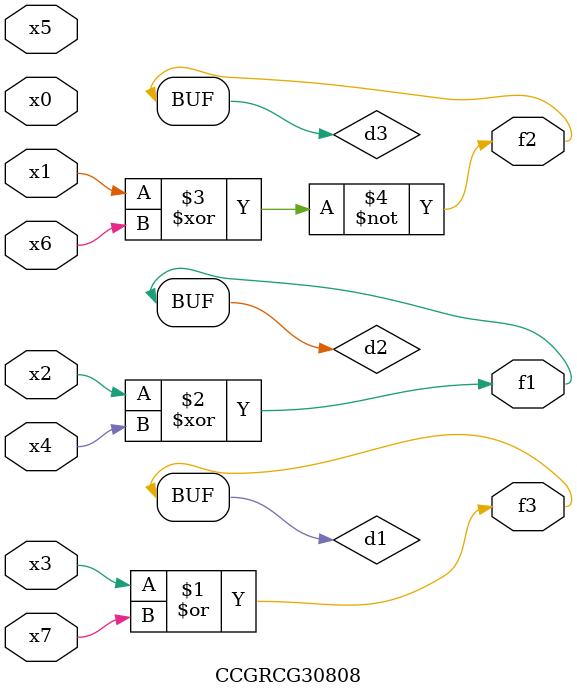
<source format=v>
module CCGRCG30808(
	input x0, x1, x2, x3, x4, x5, x6, x7,
	output f1, f2, f3
);

	wire d1, d2, d3;

	or (d1, x3, x7);
	xor (d2, x2, x4);
	xnor (d3, x1, x6);
	assign f1 = d2;
	assign f2 = d3;
	assign f3 = d1;
endmodule

</source>
